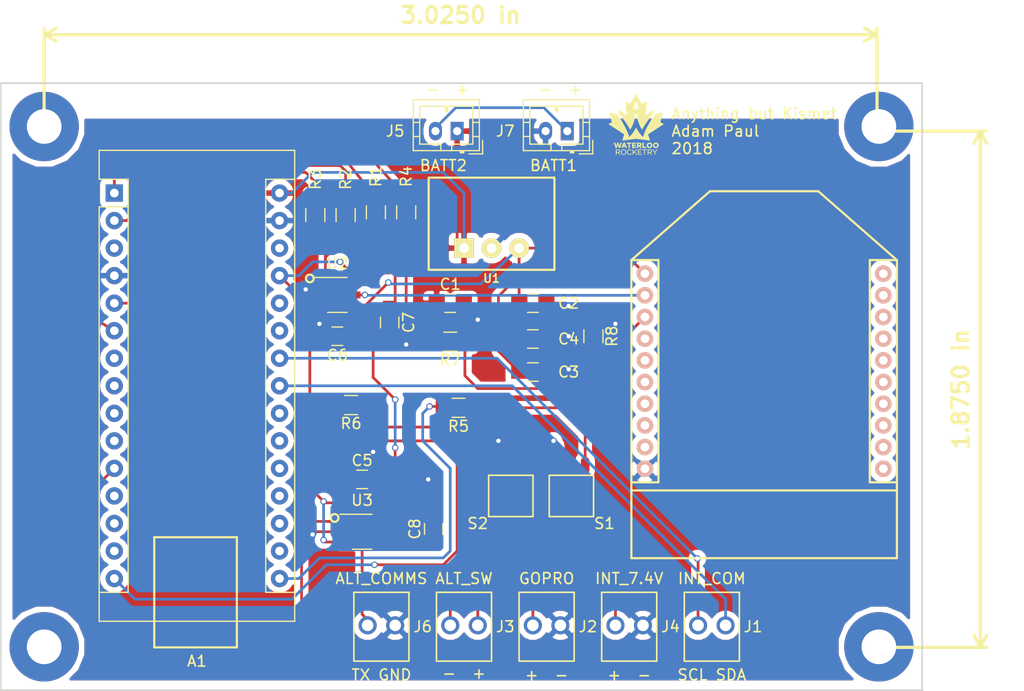
<source format=kicad_pcb>
(kicad_pcb (version 4) (host pcbnew 4.0.7)
  (layers (0 F.Cu signal) (31 B.Cu signal) (34 B.Paste user) (35 F.Paste user) (36 B.SilkS user) (37 F.SilkS user) (38 B.Mask user) (39 F.Mask user) (44 Edge.Cuts user))
  (net 0 "")
  (net 1 XBEE-DIN)
  (net 2 GND)
  (net 3 XBEE-DOUT)
  (net 4 "Net-(A1-Pad17)")
  (net 5 "Net-(A1-Pad18)")
  (net 6 "Net-(A1-Pad3)")
  (net 7 "Net-(A1-Pad19)")
  (net 8 "Net-(A1-Pad20)")
  (net 9 "Net-(A1-Pad5)")
  (net 10 "Net-(A1-Pad21)")
  (net 11 "Net-(A1-Pad6)")
  (net 12 "Net-(A1-Pad22)")
  (net 13 "Net-(A1-Pad7)")
  (net 14 "Net-(A1-Pad8)")
  (net 15 "Net-(A1-Pad9)")
  (net 16 "Net-(A1-Pad25)")
  (net 17 "Net-(A1-Pad10)")
  (net 18 "Net-(A1-Pad26)")
  (net 19 "Net-(A1-Pad12)")
  (net 20 "Net-(A1-Pad13)")
  (net 21 "Net-(A1-Pad14)")
  (net 22 7.4V)
  (net 23 GoPro_Power)
  (net 24 Stratologger_Switch+)
  (net 25 Stratologger_Switch-)
  (net 26 "Net-(X1-Pad4)")
  (net 27 "Net-(X1-Pad5)")
  (net 28 "Net-(X1-Pad6)")
  (net 29 "Net-(X1-Pad7)")
  (net 30 "Net-(X1-Pad8)")
  (net 31 "Net-(X1-Pad9)")
  (net 32 "Net-(X1-Pad11)")
  (net 33 "Net-(X1-Pad12)")
  (net 34 "Net-(X1-Pad13)")
  (net 35 "Net-(X1-Pad14)")
  (net 36 "Net-(X1-Pad15)")
  (net 37 "Net-(X1-Pad16)")
  (net 38 "Net-(X1-Pad17)")
  (net 39 "Net-(X1-Pad18)")
  (net 40 "Net-(X1-Pad19)")
  (net 41 "Net-(X1-Pad20)")
  (net 42 SDA)
  (net 43 SCL)
  (net 44 "Net-(A1-Pad1)")
  (net 45 "Net-(A1-Pad2)")
  (net 46 /Sheet5ABE85A8/A)
  (net 47 Stratologger_Relay)
  (net 48 Instr_Arduino_Relay)
  (net 49 3.3V)
  (net 50 Stratologger_TX)
  (net 51 "Net-(R5-Pad1)")
  (net 52 "Net-(R6-Pad1)")
  (net 53 "Net-(R7-Pad1)")
  (net 54 /Sheet5ABE85A8_2/A)
  (net 55 5V)
  (net 56 "Net-(J5-Pad2)")
  (module Mounting_Holes:MountingHole_3.2mm_M3_Pad (layer F.Cu) (at 87 98)
    (fp_text reference REF** hide)
    (fp_text value MountingHole_3.2mm_M3 hide)
    (pad 1 thru_hole circle (at 0 0) (size 6.4 6.4) (drill 3.2) (layers *.Cu *.Mask))
  )
  (module Mounting_Holes:MountingHole_3.2mm_M3_Pad (layer F.Cu) (at 87 146)
    (fp_text reference REF** hide)
    (fp_text value MountingHole_3.2mm_M3 hide)
    (pad 1 thru_hole circle (at 0 0) (size 6.4 6.4) (drill 3.2) (layers *.Cu *.Mask))
  )
  (module Mounting_Holes:MountingHole_3.2mm_M3_Pad (layer F.Cu) (at 164 146)
    (fp_text reference REF** hide)
    (fp_text value MountingHole_3.2mm_M3 hide)
    (pad 1 thru_hole circle (at 0 0) (size 6.4 6.4) (drill 3.2) (layers *.Cu *.Mask))
  )
  (module Resistors_SMD:R_0805_HandSoldering (layer F.Cu) (at 112.014 106.172 270)
    (fp_text reference R3 (at -3.302 0 270) (layer F.SilkS))
    (fp_text value 0 hide)
    (pad 1 smd rect (at -1.35 0 270) (size 1.5 1.3) (layers F.Cu F.Paste F.Mask) (net 9 "Net-(A1-Pad5)"))
    (pad 2 smd rect (at 1.35 0 270) (size 1.5 1.3) (layers F.Cu F.Paste F.Mask) (net 46 /Sheet5ABE85A8/A))
  )
  (module Resistors_SMD:R_0805_HandSoldering (layer F.Cu) (at 120.396 105.918 270)
    (fp_text reference R4 (at -3.302 0 270) (layer F.SilkS))
    (fp_text value 0 hide)
    (pad 1 smd rect (at -1.35 0 270) (size 1.5 1.3) (layers F.Cu F.Paste F.Mask) (net 11 "Net-(A1-Pad6)"))
    (pad 2 smd rect (at 1.35 0 270) (size 1.5 1.3) (layers F.Cu F.Paste F.Mask) (net 1 XBEE-DIN))
  )
  (module Modules:Arduino_Nano (layer F.Cu) (at 93.472 104.14)
    (fp_text reference A1 (at 7.62 43.18) (layer F.SilkS))
    (fp_text value Arduino_Nano hide)
    (pad 1 thru_hole rect (at 0 0) (size 1.6 1.6) (drill 0.8) (layers *.Cu *.Mask) (net 44 "Net-(A1-Pad1)"))
    (pad 17 thru_hole oval (at 15.24 33.02) (size 1.6 1.6) (drill 0.8) (layers *.Cu *.Mask) (net 4 "Net-(A1-Pad17)"))
    (pad 2 thru_hole oval (at 0 2.54) (size 1.6 1.6) (drill 0.8) (layers *.Cu *.Mask) (net 45 "Net-(A1-Pad2)"))
    (pad 18 thru_hole oval (at 15.24 30.48) (size 1.6 1.6) (drill 0.8) (layers *.Cu *.Mask) (net 5 "Net-(A1-Pad18)"))
    (pad 3 thru_hole oval (at 0 5.08) (size 1.6 1.6) (drill 0.8) (layers *.Cu *.Mask) (net 6 "Net-(A1-Pad3)"))
    (pad 19 thru_hole oval (at 15.24 27.94) (size 1.6 1.6) (drill 0.8) (layers *.Cu *.Mask) (net 7 "Net-(A1-Pad19)"))
    (pad 4 thru_hole oval (at 0 7.62) (size 1.6 1.6) (drill 0.8) (layers *.Cu *.Mask) (net 2 GND))
    (pad 20 thru_hole oval (at 15.24 25.4) (size 1.6 1.6) (drill 0.8) (layers *.Cu *.Mask) (net 8 "Net-(A1-Pad20)"))
    (pad 5 thru_hole oval (at 0 10.16) (size 1.6 1.6) (drill 0.8) (layers *.Cu *.Mask) (net 9 "Net-(A1-Pad5)"))
    (pad 21 thru_hole oval (at 15.24 22.86) (size 1.6 1.6) (drill 0.8) (layers *.Cu *.Mask) (net 10 "Net-(A1-Pad21)"))
    (pad 6 thru_hole oval (at 0 12.7) (size 1.6 1.6) (drill 0.8) (layers *.Cu *.Mask) (net 11 "Net-(A1-Pad6)"))
    (pad 22 thru_hole oval (at 15.24 20.32) (size 1.6 1.6) (drill 0.8) (layers *.Cu *.Mask) (net 12 "Net-(A1-Pad22)"))
    (pad 7 thru_hole oval (at 0 15.24) (size 1.6 1.6) (drill 0.8) (layers *.Cu *.Mask) (net 13 "Net-(A1-Pad7)"))
    (pad 23 thru_hole oval (at 15.24 17.78) (size 1.6 1.6) (drill 0.8) (layers *.Cu *.Mask) (net 42 SDA))
    (pad 8 thru_hole oval (at 0 17.78) (size 1.6 1.6) (drill 0.8) (layers *.Cu *.Mask) (net 14 "Net-(A1-Pad8)"))
    (pad 24 thru_hole oval (at 15.24 15.24) (size 1.6 1.6) (drill 0.8) (layers *.Cu *.Mask) (net 43 SCL))
    (pad 9 thru_hole oval (at 0 20.32) (size 1.6 1.6) (drill 0.8) (layers *.Cu *.Mask) (net 15 "Net-(A1-Pad9)"))
    (pad 25 thru_hole oval (at 15.24 12.7) (size 1.6 1.6) (drill 0.8) (layers *.Cu *.Mask) (net 16 "Net-(A1-Pad25)"))
    (pad 10 thru_hole oval (at 0 22.86) (size 1.6 1.6) (drill 0.8) (layers *.Cu *.Mask) (net 17 "Net-(A1-Pad10)"))
    (pad 26 thru_hole oval (at 15.24 10.16) (size 1.6 1.6) (drill 0.8) (layers *.Cu *.Mask) (net 18 "Net-(A1-Pad26)"))
    (pad 11 thru_hole oval (at 0 25.4) (size 1.6 1.6) (drill 0.8) (layers *.Cu *.Mask) (net 54 /Sheet5ABE85A8_2/A))
    (pad 27 thru_hole oval (at 15.24 7.62) (size 1.6 1.6) (drill 0.8) (layers *.Cu *.Mask) (net 55 5V))
    (pad 12 thru_hole oval (at 0 27.94) (size 1.6 1.6) (drill 0.8) (layers *.Cu *.Mask) (net 19 "Net-(A1-Pad12)"))
    (pad 28 thru_hole oval (at 15.24 5.08) (size 1.6 1.6) (drill 0.8) (layers *.Cu *.Mask))
    (pad 13 thru_hole oval (at 0 30.48) (size 1.6 1.6) (drill 0.8) (layers *.Cu *.Mask) (net 20 "Net-(A1-Pad13)"))
    (pad 29 thru_hole oval (at 15.24 2.54) (size 1.6 1.6) (drill 0.8) (layers *.Cu *.Mask) (net 2 GND))
    (pad 14 thru_hole oval (at 0 33.02) (size 1.6 1.6) (drill 0.8) (layers *.Cu *.Mask) (net 21 "Net-(A1-Pad14)"))
    (pad 30 thru_hole oval (at 15.24 0) (size 1.6 1.6) (drill 0.8) (layers *.Cu *.Mask) (net 22 7.4V))
    (pad 15 thru_hole oval (at 0 35.56) (size 1.6 1.6) (drill 0.8) (layers *.Cu *.Mask) (net 47 Stratologger_Relay))
    (pad 16 thru_hole oval (at 15.24 35.56) (size 1.6 1.6) (drill 0.8) (layers *.Cu *.Mask) (net 48 Instr_Arduino_Relay))
  )
  (module Capacitors_SMD:C_0805_HandSoldering (layer F.Cu) (at 124.46 114.3)
    (fp_text reference C1 (at 0 -1.75) (layer F.SilkS))
    (fp_text value 10uF hide)
    (pad 1 smd rect (at -1.25 0) (size 1.5 1.25) (layers F.Cu F.Paste F.Mask) (net 22 7.4V))
    (pad 2 smd rect (at 1.25 0) (size 1.5 1.25) (layers F.Cu F.Paste F.Mask) (net 2 GND))
  )
  (module Capacitors_SMD:C_0805_HandSoldering (layer F.Cu) (at 132.08 114.3)
    (fp_text reference C2 (at 3.302 0) (layer F.SilkS))
    (fp_text value 10uF hide)
    (pad 1 smd rect (at -1.25 0) (size 1.5 1.25) (layers F.Cu F.Paste F.Mask) (net 49 3.3V))
    (pad 2 smd rect (at 1.25 0) (size 1.5 1.25) (layers F.Cu F.Paste F.Mask) (net 2 GND))
  )
  (module Resistors_SMD:R_0805_HandSoldering (layer F.Cu) (at 117.602 105.918 270)
    (fp_text reference R1 (at -3.302 0 270) (layer F.SilkS))
    (fp_text value 0 hide)
    (pad 1 smd rect (at -1.35 0 270) (size 1.5 1.3) (layers F.Cu F.Paste F.Mask) (net 44 "Net-(A1-Pad1)"))
    (pad 2 smd rect (at 1.35 0 270) (size 1.5 1.3) (layers F.Cu F.Paste F.Mask) (net 1 XBEE-DIN))
  )
  (module Resistors_SMD:R_0805_HandSoldering (layer F.Cu) (at 114.808 106.172 270)
    (fp_text reference R2 (at -3.302 0 270) (layer F.SilkS))
    (fp_text value 0 hide)
    (pad 1 smd rect (at -1.35 0 270) (size 1.5 1.3) (layers F.Cu F.Paste F.Mask) (net 45 "Net-(A1-Pad2)"))
    (pad 2 smd rect (at 1.35 0 270) (size 1.5 1.3) (layers F.Cu F.Paste F.Mask) (net 46 /Sheet5ABE85A8/A))
  )
  (module SparkFun-RF:SIP3 (layer F.Cu) (at 128.27 109.22)
    (fp_text reference U1 (at 0 2.794) (layer F.SilkS) (effects (font (size 0.762 0.762) (thickness 0.1524))))
    (fp_text value R-78E3.3-0.5 hide)
    (pad 3 thru_hole circle (at 2.54 0) (size 1.8 1.8) (drill 0.9) (layers *.Cu *.Mask F.SilkS) (net 49 3.3V))
    (pad 1 thru_hole rect (at -2.54 0) (size 1.8 1.8) (drill 0.9) (layers *.Cu *.Mask F.SilkS) (net 22 7.4V))
    (pad 2 thru_hole circle (at 0 0) (size 1.8 1.8) (drill 0.9) (layers *.Cu *.Mask F.SilkS) (net 2 GND))
  )
  (module Downloads:logo6 (layer F.Cu) (at 141.605 97.79)
    (fp_text reference G*** hide)
    (fp_text value LOGO hide)
  )
  (module Capacitors_SMD:C_0805_HandSoldering (layer F.Cu) (at 132.08 120.65)
    (fp_text reference C3 (at 3.302 0) (layer F.SilkS))
    (fp_text value 1uF hide)
    (pad 1 smd rect (at -1.25 0) (size 1.5 1.25) (layers F.Cu F.Paste F.Mask) (net 49 3.3V))
    (pad 2 smd rect (at 1.25 0) (size 1.5 1.25) (layers F.Cu F.Paste F.Mask) (net 2 GND))
  )
  (module Capacitors_SMD:C_0805_HandSoldering (layer F.Cu) (at 132.08 117.602)
    (fp_text reference C4 (at 3.302 0) (layer F.SilkS))
    (fp_text value 8.2pF hide)
    (pad 1 smd rect (at -1.25 0) (size 1.5 1.25) (layers F.Cu F.Paste F.Mask) (net 49 3.3V))
    (pad 2 smd rect (at 1.25 0) (size 1.5 1.25) (layers F.Cu F.Paste F.Mask) (net 2 GND))
  )
  (module Resistors_SMD:R_0805_HandSoldering (layer F.Cu) (at 125.222 123.952 180)
    (fp_text reference R5 (at 0 -1.7 180) (layer F.SilkS))
    (fp_text value 1.2k hide)
    (pad 1 smd rect (at -1.35 0 180) (size 1.5 1.3) (layers F.Cu F.Paste F.Mask) (net 51 "Net-(R5-Pad1)"))
    (pad 2 smd rect (at 1.35 0 180) (size 1.5 1.3) (layers F.Cu F.Paste F.Mask) (net 48 Instr_Arduino_Relay))
  )
  (module Resistors_SMD:R_0805_HandSoldering (layer F.Cu) (at 115.316 123.698 180)
    (fp_text reference R6 (at 0 -1.7 180) (layer F.SilkS))
    (fp_text value 1.2k hide)
    (pad 1 smd rect (at -1.35 0 180) (size 1.5 1.3) (layers F.Cu F.Paste F.Mask) (net 52 "Net-(R6-Pad1)"))
    (pad 2 smd rect (at 1.35 0 180) (size 1.5 1.3) (layers F.Cu F.Paste F.Mask) (net 47 Stratologger_Relay))
  )
  (module Resistors_SMD:R_0805_HandSoldering (layer F.Cu) (at 124.46 117.856 180)
    (fp_text reference R7 (at 0 -1.7 180) (layer F.SilkS))
    (fp_text value 2k hide)
    (pad 1 smd rect (at -1.35 0 180) (size 1.5 1.3) (layers F.Cu F.Paste F.Mask) (net 53 "Net-(R7-Pad1)"))
    (pad 2 smd rect (at 1.35 0 180) (size 1.5 1.3) (layers F.Cu F.Paste F.Mask) (net 1 XBEE-DIN))
  )
  (module Resistors_SMD:R_0805_HandSoldering (layer F.Cu) (at 137.668 117.348 270)
    (fp_text reference R8 (at 0 -1.7 270) (layer F.SilkS))
    (fp_text value 3k hide)
    (pad 1 smd rect (at -1.35 0 270) (size 1.5 1.3) (layers F.Cu F.Paste F.Mask) (net 2 GND))
    (pad 2 smd rect (at 1.35 0 270) (size 1.5 1.3) (layers F.Cu F.Paste F.Mask) (net 53 "Net-(R7-Pad1)"))
  )
  (module SparkFun-RF:XBEE-1 (layer F.Cu) (at 153.416 131.572)
    (fp_text reference X1 hide)
    (fp_text value XBee-S2C hide)
    (pad 1 thru_hole circle (at -10.9982 -19.99996) (size 1.524 1.524) (drill 0.79756) (layers *.Cu *.Paste *.SilkS *.Mask) (net 49 3.3V))
    (pad 2 thru_hole circle (at -10.9982 -17.99844) (size 1.524 1.524) (drill 0.79756) (layers *.Cu *.Paste *.SilkS *.Mask) (net 3 XBEE-DOUT))
    (pad 3 thru_hole circle (at -10.9982 -15.99946) (size 1.524 1.524) (drill 0.79756) (layers *.Cu *.Paste *.SilkS *.Mask) (net 53 "Net-(R7-Pad1)"))
    (pad 4 thru_hole circle (at -10.9982 -13.99794) (size 1.524 1.524) (drill 0.79756) (layers *.Cu *.Paste *.SilkS *.Mask) (net 26 "Net-(X1-Pad4)"))
    (pad 5 thru_hole circle (at -10.9982 -11.99896) (size 1.524 1.524) (drill 0.79756) (layers *.Cu *.Paste *.SilkS *.Mask) (net 27 "Net-(X1-Pad5)"))
    (pad 6 thru_hole circle (at -10.9982 -9.99998) (size 1.524 1.524) (drill 0.79756) (layers *.Cu *.Paste *.SilkS *.Mask) (net 28 "Net-(X1-Pad6)"))
    (pad 7 thru_hole circle (at -10.9982 -7.99846) (size 1.524 1.524) (drill 0.79756) (layers *.Cu *.Paste *.SilkS *.Mask) (net 29 "Net-(X1-Pad7)"))
    (pad 8 thru_hole circle (at -10.9982 -5.99948) (size 1.524 1.524) (drill 0.79756) (layers *.Cu *.Paste *.SilkS *.Mask) (net 30 "Net-(X1-Pad8)"))
    (pad 9 thru_hole circle (at -10.9982 -3.99796) (size 1.524 1.524) (drill 0.79756) (layers *.Cu *.Paste *.SilkS *.Mask) (net 31 "Net-(X1-Pad9)"))
    (pad 10 thru_hole circle (at -10.9982 -1.99898) (size 1.524 1.524) (drill 0.79756) (layers *.Cu *.Paste *.SilkS *.Mask) (net 2 GND))
    (pad 11 thru_hole circle (at 10.9982 -1.99898) (size 1.524 1.524) (drill 0.79756) (layers *.Cu *.Paste *.SilkS *.Mask) (net 32 "Net-(X1-Pad11)"))
    (pad 12 thru_hole circle (at 10.9982 -3.99796) (size 1.524 1.524) (drill 0.79756) (layers *.Cu *.Paste *.SilkS *.Mask) (net 33 "Net-(X1-Pad12)"))
    (pad 13 thru_hole circle (at 10.9982 -5.99948) (size 1.524 1.524) (drill 0.79756) (layers *.Cu *.Paste *.SilkS *.Mask) (net 34 "Net-(X1-Pad13)"))
    (pad 14 thru_hole circle (at 10.9982 -7.99846) (size 1.524 1.524) (drill 0.79756) (layers *.Cu *.Paste *.SilkS *.Mask) (net 35 "Net-(X1-Pad14)"))
    (pad 15 thru_hole circle (at 10.9982 -9.99998) (size 1.524 1.524) (drill 0.79756) (layers *.Cu *.Paste *.SilkS *.Mask) (net 36 "Net-(X1-Pad15)"))
    (pad 16 thru_hole circle (at 10.9982 -11.99896) (size 1.524 1.524) (drill 0.79756) (layers *.Cu *.Paste *.SilkS *.Mask) (net 37 "Net-(X1-Pad16)"))
    (pad 17 thru_hole circle (at 10.9982 -13.99794) (size 1.524 1.524) (drill 0.79756) (layers *.Cu *.Paste *.SilkS *.Mask) (net 38 "Net-(X1-Pad17)"))
    (pad 18 thru_hole circle (at 10.9982 -15.99946) (size 1.524 1.524) (drill 0.79756) (layers *.Cu *.Paste *.SilkS *.Mask) (net 39 "Net-(X1-Pad18)"))
    (pad 19 thru_hole circle (at 10.9982 -17.99844) (size 1.524 1.524) (drill 0.79756) (layers *.Cu *.Paste *.SilkS *.Mask) (net 40 "Net-(X1-Pad19)"))
    (pad 20 thru_hole circle (at 10.9982 -19.99996) (size 1.524 1.524) (drill 0.79756) (layers *.Cu *.Paste *.SilkS *.Mask) (net 41 "Net-(X1-Pad20)"))
  )
  (module Capacitors_SMD:C_0805_HandSoldering (layer F.Cu) (at 116.332 130.556)
    (fp_text reference C5 (at 0 -1.75) (layer F.SilkS))
    (fp_text value 0.1uF hide)
    (pad 1 smd rect (at -1.25 0) (size 1.5 1.25) (layers F.Cu F.Paste F.Mask) (net 55 5V))
    (pad 2 smd rect (at 1.25 0) (size 1.5 1.25) (layers F.Cu F.Paste F.Mask) (net 2 GND))
  )
  (module Capacitors_SMD:C_0805_HandSoldering (layer F.Cu) (at 114.046 117.348 180)
    (fp_text reference C6 (at 0 -1.75 180) (layer F.SilkS))
    (fp_text value 0.1uF hide)
    (pad 1 smd rect (at -1.25 0 180) (size 1.5 1.25) (layers F.Cu F.Paste F.Mask) (net 49 3.3V))
    (pad 2 smd rect (at 1.25 0 180) (size 1.5 1.25) (layers F.Cu F.Paste F.Mask) (net 2 GND))
  )
  (module Capacitors_SMD:C_0805_HandSoldering (layer F.Cu) (at 118.872 116.078 270)
    (fp_text reference C7 (at 0 -1.75 270) (layer F.SilkS))
    (fp_text value 0.1uF hide)
    (pad 1 smd rect (at -1.25 0 270) (size 1.5 1.25) (layers F.Cu F.Paste F.Mask) (net 55 5V))
    (pad 2 smd rect (at 1.25 0 270) (size 1.5 1.25) (layers F.Cu F.Paste F.Mask) (net 2 GND))
  )
  (module Capacitors_SMD:C_0805_HandSoldering (layer F.Cu) (at 122.936 135.128 90)
    (fp_text reference C8 (at 0 -1.75 90) (layer F.SilkS))
    (fp_text value 0.1uF hide)
    (pad 1 smd rect (at -1.25 0 90) (size 1.5 1.25) (layers F.Cu F.Paste F.Mask) (net 49 3.3V))
    (pad 2 smd rect (at 1.25 0 90) (size 1.5 1.25) (layers F.Cu F.Paste F.Mask) (net 2 GND))
  )
  (module TO_SOT_Packages_SMD:SOT-23-6_Handsoldering (layer F.Cu) (at 114.046 113.538)
    (fp_text reference U2 (at 0 -2.9) (layer F.SilkS))
    (fp_text value PI4ULS5V201TAEX-RESCUE-instrumentation_board hide)
    (pad 1 smd rect (at -1.35 -0.95) (size 1.56 0.65) (layers F.Cu F.Paste F.Mask) (net 46 /Sheet5ABE85A8/A))
    (pad 2 smd rect (at -1.35 0) (size 1.56 0.65) (layers F.Cu F.Paste F.Mask) (net 2 GND))
    (pad 3 smd rect (at -1.35 0.95) (size 1.56 0.65) (layers F.Cu F.Paste F.Mask) (net 55 5V))
    (pad 4 smd rect (at 1.35 0.95) (size 1.56 0.65) (layers F.Cu F.Paste F.Mask) (net 49 3.3V))
    (pad 6 smd rect (at 1.35 -0.95) (size 1.56 0.65) (layers F.Cu F.Paste F.Mask) (net 55 5V))
    (pad 5 smd rect (at 1.35 0) (size 1.56 0.65) (layers F.Cu F.Paste F.Mask) (net 3 XBEE-DOUT))
  )
  (module TO_SOT_Packages_SMD:SOT-23-6_Handsoldering (layer F.Cu) (at 116.332 135.382)
    (fp_text reference U3 (at 0 -2.9) (layer F.SilkS))
    (fp_text value PI4ULS5V201TAEX-RESCUE-instrumentation_board hide)
    (pad 1 smd rect (at -1.35 -0.95) (size 1.56 0.65) (layers F.Cu F.Paste F.Mask) (net 54 /Sheet5ABE85A8_2/A))
    (pad 2 smd rect (at -1.35 0) (size 1.56 0.65) (layers F.Cu F.Paste F.Mask) (net 2 GND))
    (pad 3 smd rect (at -1.35 0.95) (size 1.56 0.65) (layers F.Cu F.Paste F.Mask) (net 55 5V))
    (pad 4 smd rect (at 1.35 0.95) (size 1.56 0.65) (layers F.Cu F.Paste F.Mask) (net 49 3.3V))
    (pad 6 smd rect (at 1.35 -0.95) (size 1.56 0.65) (layers F.Cu F.Paste F.Mask) (net 55 5V))
    (pad 5 smd rect (at 1.35 0) (size 1.56 0.65) (layers F.Cu F.Paste F.Mask) (net 50 Stratologger_TX))
  )
  (module Mounting_Holes:MountingHole_3.2mm_M3_Pad (layer F.Cu) (at 164 98)
    (fp_text reference REF** hide)
    (fp_text value MountingHole_3.2mm_M3 hide)
    (pad 1 thru_hole circle (at 0 0) (size 6.4 6.4) (drill 3.2) (layers *.Cu *.Mask))
  )
  (module Connectors_JST:JST_PH_B2B-PH-K_02x2.00mm_Straight (layer F.Cu) (at 125.095 98.425 180)
    (fp_text reference J5 (at 5.715 0 180) (layer F.SilkS))
    (fp_text value Conn_01x02 hide)
    (pad 1 thru_hole rect (at 0 0 180) (size 1.2 1.7) (drill 0.75) (layers *.Cu *.Mask) (net 22 7.4V))
    (pad 2 thru_hole oval (at 2 0 180) (size 1.2 1.7) (drill 0.75) (layers *.Cu *.Mask) (net 56 "Net-(J5-Pad2)"))
  )
  (module Connectors_JST:JST_PH_B2B-PH-K_02x2.00mm_Straight (layer F.Cu) (at 135.255 98.425 180)
    (fp_text reference J7 (at 5.715 0 180) (layer F.SilkS))
    (fp_text value Conn_01x02 hide)
    (pad 1 thru_hole rect (at 0 0 180) (size 1.2 1.7) (drill 0.75) (layers *.Cu *.Mask) (net 56 "Net-(J5-Pad2)"))
    (pad 2 thru_hole oval (at 2 0 180) (size 1.2 1.7) (drill 0.75) (layers *.Cu *.Mask) (net 2 GND))
  )
  (module molex:molex_kk_22-23-2021 (layer F.Cu) (at 148.59 140.97 180)
    (fp_text reference J1 (at -3.81 -3.175 180) (layer F.SilkS))
    (fp_text value Conn_01x02 hide)
    (pad 1 thru_hole circle (at -1.27 -3.048 180) (size 1.67 1.67) (drill 1.07) (layers *.Cu *.Mask) (net 42 SDA))
    (pad 2 thru_hole circle (at 1.27 -3.048 180) (size 1.67 1.67) (drill 1.07) (layers *.Cu *.Mask) (net 43 SCL))
  )
  (module molex:molex_kk_22-23-2021 (layer F.Cu) (at 133.35 140.97 180)
    (fp_text reference J2 (at -3.81 -3.175 180) (layer F.SilkS))
    (fp_text value Conn_01x02 hide)
    (pad 1 thru_hole circle (at -1.27 -3.048 180) (size 1.67 1.67) (drill 1.07) (layers *.Cu *.Mask) (net 2 GND))
    (pad 2 thru_hole circle (at 1.27 -3.048 180) (size 1.67 1.67) (drill 1.07) (layers *.Cu *.Mask) (net 23 GoPro_Power))
  )
  (module molex:molex_kk_22-23-2021 (layer F.Cu) (at 125.73 140.97 180)
    (fp_text reference J3 (at -3.81 -3.175 180) (layer F.SilkS))
    (fp_text value Conn_01x02 hide)
    (pad 1 thru_hole circle (at -1.27 -3.048 180) (size 1.67 1.67) (drill 1.07) (layers *.Cu *.Mask) (net 24 Stratologger_Switch+))
    (pad 2 thru_hole circle (at 1.27 -3.048 180) (size 1.67 1.67) (drill 1.07) (layers *.Cu *.Mask) (net 25 Stratologger_Switch-))
  )
  (module molex:molex_kk_22-23-2021 (layer F.Cu) (at 140.97 140.97 180)
    (fp_text reference J4 (at -3.81 -3.175 180) (layer F.SilkS))
    (fp_text value Conn_01x02 hide)
    (pad 1 thru_hole circle (at -1.27 -3.048 180) (size 1.67 1.67) (drill 1.07) (layers *.Cu *.Mask) (net 2 GND))
    (pad 2 thru_hole circle (at 1.27 -3.048 180) (size 1.67 1.67) (drill 1.07) (layers *.Cu *.Mask) (net 23 GoPro_Power))
  )
  (module molex:molex_kk_22-23-2021 (layer F.Cu) (at 118.11 140.97 180)
    (fp_text reference J6 (at -3.81 -3.175 180) (layer F.SilkS))
    (fp_text value Conn_01x02 hide)
    (pad 1 thru_hole circle (at -1.27 -3.048 180) (size 1.67 1.67) (drill 1.07) (layers *.Cu *.Mask) (net 2 GND))
    (pad 2 thru_hole circle (at 1.27 -3.048 180) (size 1.67 1.67) (drill 1.07) (layers *.Cu *.Mask) (net 50 Stratologger_TX))
  )
  (module PayloadBoards:CPC1002NTR (layer F.Cu) (at 130.048 132.08 180)
    (fp_text reference S2 hide)
    (fp_text value CPC1002N hide)
    (pad 3 smd oval (at 1.27 -2.8 180) (size 0.8 1.6) (layers F.Cu F.Paste F.Mask) (net 25 Stratologger_Switch-))
    (pad 4 smd oval (at -1.27 -2.8 180) (size 0.8 1.6) (layers F.Cu F.Paste F.Mask) (net 24 Stratologger_Switch+))
    (pad 2 smd oval (at 1.27 2.8 180) (size 0.8 1.6) (layers F.Cu F.Paste F.Mask) (net 2 GND))
    (pad 1 smd oval (at -1.27 2.8 180) (size 0.8 1.6) (layers F.Cu F.Paste F.Mask) (net 52 "Net-(R6-Pad1)"))
  )
  (module PayloadBoards:CPC1002NTR (layer F.Cu) (at 135.636 132.08 180)
    (fp_text reference S1 hide)
    (fp_text value CPC1002N hide)
    (pad 3 smd oval (at 1.27 -2.8 180) (size 0.8 1.6) (layers F.Cu F.Paste F.Mask) (net 23 GoPro_Power))
    (pad 4 smd oval (at -1.27 -2.8 180) (size 0.8 1.6) (layers F.Cu F.Paste F.Mask) (net 22 7.4V))
    (pad 2 smd oval (at 1.27 2.8 180) (size 0.8 1.6) (layers F.Cu F.Paste F.Mask) (net 2 GND))
    (pad 1 smd oval (at -1.27 2.8 180) (size 0.8 1.6) (layers F.Cu F.Paste F.Mask) (net 51 "Net-(R5-Pad1)"))
  )
  (dimension 47.625 (width 0.3) (layer F.SilkS) (gr_text "47.625 mm" (at 174.705 122.2375 270) (layer F.SilkS) (effects (font (size 1.5 1.5) (thickness 0.3)))) (feature1 (pts (xy 163.83 146.05) (xy 176.055 146.05))) (feature2 (pts (xy 163.83 98.425) (xy 176.055 98.425))) (crossbar (pts (xy 173.355 98.425) (xy 173.355 146.05))) (arrow1a (pts (xy 173.355 146.05) (xy 172.768579 144.923496))) (arrow1b (pts (xy 173.355 146.05) (xy 173.941421 144.923496))) (arrow2a (pts (xy 173.355 98.425) (xy 172.768579 99.551504))) (arrow2b (pts (xy 173.355 98.425) (xy 173.941421 99.551504))))
  (dimension 76.835 (width 0.3) (layer F.SilkS) (gr_text "76.835 mm" (at 125.4125 88.185) (layer F.SilkS) (effects (font (size 1.5 1.5) (thickness 0.3)))) (feature1 (pts (xy 163.83 97.79) (xy 163.83 86.835))) (feature2 (pts (xy 86.995 97.79) (xy 86.995 86.835))) (crossbar (pts (xy 86.995 89.535) (xy 163.83 89.535))) (arrow1a (pts (xy 163.83 89.535) (xy 162.703496 90.121421))) (arrow1b (pts (xy 163.83 89.535) (xy 162.703496 88.948579))) (arrow2a (pts (xy 86.995 89.535) (xy 88.121504 90.121421))) (arrow2b (pts (xy 86.995 89.535) (xy 88.121504 88.948579))))
  (gr_line (start 97.155 146.05) (end 97.155 135.89) (angle 90) (layer F.SilkS) (width 0.2))
  (gr_line (start 104.775 146.05) (end 97.155 146.05) (angle 90) (layer F.SilkS) (width 0.2))
  (gr_line (start 104.775 135.89) (end 104.775 146.05) (angle 90) (layer F.SilkS) (width 0.2))
  (gr_line (start 97.155 135.89) (end 104.775 135.89) (angle 90) (layer F.SilkS) (width 0.2))
  (gr_text "+  -\n" (at 134.62 94.742 180) (layer F.SilkS) (effects (font (size 1 1))))
  (gr_text BATT2 (at 123.825 101.6) (layer F.SilkS) (effects (font (size 1 1))))
  (gr_text "SCL SDA" (at 148.59 148.59) (layer F.SilkS) (effects (font (size 1 1))))
  (gr_circle (center 111.506 112.014) (end 111.252 112.268) (layer F.SilkS) (width 0.2))
  (gr_circle (center 113.792 134.112) (end 113.538 134.366) (layer F.SilkS) (width 0.2))
  (gr_text "TX GND" (at 118.11 148.59) (layer F.SilkS) (effects (font (size 1 1))))
  (gr_text ALT_COMMS (at 118.11 139.7) (layer F.SilkS) (effects (font (size 1 1))))
  (gr_text ALT_SW (at 125.73 139.7) (layer F.SilkS) (effects (font (size 1 1))))
  (gr_text GOPRO (at 133.35 139.7) (layer F.SilkS) (effects (font (size 1 1))))
  (gr_text INT_7.4V (at 140.97 139.7) (layer F.SilkS) (effects (font (size 1 1))))
  (gr_text INT_COM (at 148.59 139.7) (layer F.SilkS) (effects (font (size 1 1))))
  (gr_text BATT1 (at 133.985 101.6) (layer F.SilkS) (effects (font (size 1 1))))
  (gr_line (start 83 150) (end 168 150) (angle 90) (layer Edge.Cuts) (width 0.15))
  (gr_line (start 83 150) (end 83 94) (angle 90) (layer Edge.Cuts) (width 0.15))
  (gr_line (start 168 94) (end 168 150) (angle 90) (layer Edge.Cuts) (width 0.15))
  (gr_line (start 83 94) (end 168 94) (angle 90) (layer Edge.Cuts) (width 0.15))
  (gr_text "+  -\n" (at 133.35 148.59) (layer F.SilkS) (effects (font (size 1 1))))
  (gr_text "+  -\n" (at 140.97 148.59) (layer F.SilkS) (effects (font (size 1 1))))
  (gr_text "+  -\n" (at 124.206 94.742 180) (layer F.SilkS) (effects (font (size 1 1))))
  (gr_text "+  -\n" (at 125.73 148.59 180) (layer F.SilkS) (effects (font (size 1 1))))
  (gr_text "Anything but Kismet\nAdam Paul\n2018" (at 144.78 98.425) (layer F.SilkS) (effects (font (size 1 1)) (justify left)))
  (gr_text S1 (at 138.684 134.62) (layer F.SilkS) (effects (font (size 1 1))))
  (gr_text S2 (at 127 134.62) (layer F.SilkS) (effects (font (size 1 1))))
  (segment (start 120.396 110.49) (end 119.38 110.49) (width 0.25) (layer F.Cu) (net 1))
  (segment (start 117.602 108.712) (end 117.602 107.268) (width 0.25) (layer F.Cu) (net 1))
  (segment (start 119.38 110.49) (end 117.602 108.712) (width 0.25) (layer F.Cu) (net 1))
  (segment (start 120.396 107.268) (end 120.396 110.49) (width 0.25) (layer F.Cu) (net 1))
  (segment (start 120.396 110.49) (end 120.396 115.142) (width 0.25) (layer F.Cu) (net 1))
  (segment (start 120.396 115.142) (end 123.11 117.856) (width 0.25) (layer F.Cu) (net 1))
  (segment (start 134.366 129.28) (end 134.366 127.381) (width 0.25) (layer F.Cu) (net 2))
  (via (at 133.985 127) (size 0.6) (drill 0.4) (layers F.Cu B.Cu) (net 2))
  (segment (start 134.366 127.381) (end 133.985 127) (width 0.25) (layer F.Cu) (net 2))
  (segment (start 128.778 129.28) (end 128.778 127.127) (width 0.25) (layer F.Cu) (net 2))
  (via (at 128.905 127) (size 0.6) (drill 0.4) (layers F.Cu B.Cu) (net 2))
  (segment (start 128.778 127.127) (end 128.905 127) (width 0.25) (layer F.Cu) (net 2))
  (segment (start 133.33 114.3) (end 135.128 114.3) (width 0.25) (layer F.Cu) (net 2))
  (via (at 135.382 114.554) (size 0.6) (drill 0.4) (layers F.Cu B.Cu) (net 2))
  (segment (start 135.128 114.3) (end 135.382 114.554) (width 0.25) (layer F.Cu) (net 2))
  (segment (start 133.33 117.602) (end 135.128 117.602) (width 0.25) (layer F.Cu) (net 2))
  (via (at 135.382 117.348) (size 0.6) (drill 0.4) (layers F.Cu B.Cu) (net 2))
  (segment (start 135.128 117.602) (end 135.382 117.348) (width 0.25) (layer F.Cu) (net 2))
  (segment (start 133.33 120.65) (end 135.128 120.65) (width 0.25) (layer F.Cu) (net 2))
  (via (at 135.382 120.396) (size 0.6) (drill 0.4) (layers F.Cu B.Cu) (net 2))
  (segment (start 135.128 120.65) (end 135.382 120.396) (width 0.25) (layer F.Cu) (net 2))
  (segment (start 112.796 117.348) (end 112.796 116.606) (width 0.25) (layer F.Cu) (net 2))
  (via (at 112.395 116.205) (size 0.6) (drill 0.4) (layers F.Cu B.Cu) (net 2))
  (segment (start 112.796 116.606) (end 112.395 116.205) (width 0.25) (layer F.Cu) (net 2))
  (segment (start 118.872 117.328) (end 119.614 117.328) (width 0.25) (layer F.Cu) (net 2))
  (via (at 120.396 118.11) (size 0.6) (drill 0.4) (layers F.Cu B.Cu) (net 2))
  (segment (start 119.614 117.328) (end 120.396 118.11) (width 0.25) (layer F.Cu) (net 2))
  (segment (start 122.936 133.878) (end 122.936 131.064) (width 0.25) (layer F.Cu) (net 2))
  (via (at 122.428 130.556) (size 0.6) (drill 0.4) (layers F.Cu B.Cu) (net 2))
  (segment (start 122.936 131.064) (end 122.428 130.556) (width 0.25) (layer F.Cu) (net 2))
  (segment (start 117.582 130.556) (end 117.582 128.25) (width 0.25) (layer F.Cu) (net 2))
  (via (at 117.348 128.016) (size 0.6) (drill 0.4) (layers F.Cu B.Cu) (net 2))
  (segment (start 117.582 128.25) (end 117.348 128.016) (width 0.25) (layer F.Cu) (net 2))
  (segment (start 114.982 135.382) (end 112.014 135.382) (width 0.25) (layer F.Cu) (net 2))
  (via (at 111.76 135.636) (size 0.6) (drill 0.4) (layers F.Cu B.Cu) (net 2))
  (segment (start 112.014 135.382) (end 111.76 135.636) (width 0.25) (layer F.Cu) (net 2))
  (segment (start 125.71 114.3) (end 125.71 114.534) (width 0.25) (layer F.Cu) (net 2))
  (segment (start 125.71 114.534) (end 127 115.824) (width 0.25) (layer F.Cu) (net 2))
  (via (at 127 115.824) (size 0.6) (drill 0.4) (layers F.Cu B.Cu) (net 2))
  (segment (start 137.668 115.998) (end 139.493 115.998) (width 0.25) (layer F.Cu) (net 2))
  (via (at 139.7 116.205) (size 0.6) (drill 0.4) (layers F.Cu B.Cu) (net 2))
  (segment (start 139.493 115.998) (end 139.7 116.205) (width 0.25) (layer F.Cu) (net 2))
  (segment (start 137.08 116.586) (end 137.668 115.998) (width 0.25) (layer F.Cu) (net 2))
  (segment (start 112.946 113.538) (end 111.633 113.538) (width 0.25) (layer F.Cu) (net 2))
  (via (at 111.125 113.03) (size 0.6) (drill 0.4) (layers F.Cu B.Cu) (net 2))
  (segment (start 111.633 113.538) (end 111.125 113.03) (width 0.25) (layer F.Cu) (net 2))
  (segment (start 116.62156 113.57356) (end 142.4178 113.57356) (width 0.25) (layer B.Cu) (net 3))
  (segment (start 116.586 113.538) (end 116.62156 113.57356) (width 0.25) (layer B.Cu) (net 3))
  (via (at 116.586 113.538) (size 0.6) (drill 0.4) (layers F.Cu B.Cu) (net 3))
  (segment (start 115.146 113.538) (end 116.586 113.538) (width 0.25) (layer F.Cu) (net 3))
  (segment (start 112.014 104.822) (end 112.014 103.124) (width 0.25) (layer F.Cu) (net 9))
  (segment (start 95.25 114.3) (end 93.472 114.3) (width 0.25) (layer F.Cu) (net 9))
  (segment (start 95.885 113.665) (end 95.25 114.3) (width 0.25) (layer F.Cu) (net 9))
  (segment (start 95.885 102.87) (end 95.885 113.665) (width 0.25) (layer F.Cu) (net 9))
  (segment (start 96.52 102.235) (end 95.885 102.87) (width 0.25) (layer F.Cu) (net 9))
  (segment (start 111.125 102.235) (end 96.52 102.235) (width 0.25) (layer F.Cu) (net 9))
  (segment (start 112.014 103.124) (end 111.125 102.235) (width 0.25) (layer F.Cu) (net 9))
  (segment (start 112.014 104.822) (end 112.014 104.14) (width 0.25) (layer F.Cu) (net 9))
  (segment (start 93.472 116.84) (end 93.472 116.84) (width 0.25) (layer F.Cu) (net 11))
  (segment (start 116.84 100.584) (end 120.396 104.568) (width 0.25) (layer F.Cu) (net 11))
  (segment (start 92.964 100.584) (end 116.84 100.584) (width 0.25) (layer F.Cu) (net 11))
  (segment (start 90.932 102.616) (end 92.964 100.584) (width 0.25) (layer F.Cu) (net 11))
  (segment (start 90.932 115.316) (end 90.932 102.616) (width 0.25) (layer F.Cu) (net 11))
  (segment (start 93.472 116.84) (end 90.932 115.316) (width 0.25) (layer F.Cu) (net 11))
  (segment (start 125.095 98.425) (end 125.095 108.585) (width 0.25) (layer F.Cu) (net 22))
  (segment (start 125.095 108.585) (end 125.73 109.22) (width 0.25) (layer F.Cu) (net 22))
  (segment (start 108.712 104.14) (end 109.855 104.14) (width 0.25) (layer B.Cu) (net 22))
  (segment (start 125.73 104.14) (end 125.73 109.22) (width 0.25) (layer B.Cu) (net 22))
  (segment (start 123.825 102.235) (end 125.73 104.14) (width 0.25) (layer B.Cu) (net 22))
  (segment (start 111.76 102.235) (end 123.825 102.235) (width 0.25) (layer B.Cu) (net 22))
  (segment (start 109.855 104.14) (end 111.76 102.235) (width 0.25) (layer B.Cu) (net 22))
  (segment (start 132.08 143.51) (end 132.08 139.7) (width 0.25) (layer F.Cu) (net 23))
  (segment (start 132.08 139.7) (end 133.096 138.684) (width 0.25) (layer F.Cu) (net 23))
  (segment (start 139.7 143.51) (end 139.7 140.97) (width 0.25) (layer F.Cu) (net 23))
  (segment (start 134.112 138.684) (end 133.096 138.684) (width 0.25) (layer F.Cu) (net 23))
  (segment (start 139.7 139.7) (end 139.7 140.97) (width 0.25) (layer F.Cu) (net 23))
  (segment (start 134.366 138.684) (end 134.112 138.684) (width 0.25) (layer F.Cu) (net 23))
  (segment (start 137.414 138.684) (end 138.684 138.684) (width 0.25) (layer F.Cu) (net 23))
  (segment (start 138.684 138.684) (end 139.7 139.7) (width 0.25) (layer F.Cu) (net 23))
  (segment (start 137.414 138.684) (end 134.366 138.684) (width 0.25) (layer F.Cu) (net 23))
  (segment (start 134.366 138.684) (end 134.366 134.88) (width 0.25) (layer F.Cu) (net 23))
  (segment (start 134.112 135.134) (end 134.366 134.88) (width 0.25) (layer F.Cu) (net 23))
  (segment (start 131.318 134.88) (end 131.318 136.398) (width 0.25) (layer F.Cu) (net 24))
  (segment (start 131.318 136.398) (end 127 140.716) (width 0.25) (layer F.Cu) (net 24))
  (segment (start 127 143.51) (end 127 140.716) (width 0.25) (layer F.Cu) (net 24))
  (segment (start 124.46 143.51) (end 124.46 140.716) (width 0.25) (layer F.Cu) (net 25))
  (segment (start 124.46 140.716) (end 128.778 136.398) (width 0.25) (layer F.Cu) (net 25))
  (segment (start 128.778 136.398) (end 128.778 134.88) (width 0.25) (layer F.Cu) (net 25))
  (segment (start 147.32 139.065) (end 149.86 141.605) (width 0.25) (layer B.Cu) (net 42))
  (segment (start 108.712 121.92) (end 125.73 121.92) (width 0.25) (layer B.Cu) (net 42))
  (segment (start 130.175 121.92) (end 147.32 139.065) (width 0.25) (layer B.Cu) (net 42))
  (segment (start 125.73 121.92) (end 130.175 121.92) (width 0.25) (layer B.Cu) (net 42))
  (segment (start 149.86 141.605) (end 149.86 143.51) (width 0.25) (layer B.Cu) (net 42))
  (via (at 147.2565 137.8585) (size 0.6) (drill 0.4) (layers F.Cu B.Cu) (net 43))
  (segment (start 147.32 143.51) (end 147.32 137.922) (width 0.25) (layer F.Cu) (net 43))
  (segment (start 147.32 137.922) (end 147.2565 137.8585) (width 0.25) (layer F.Cu) (net 43))
  (segment (start 128.778 119.38) (end 147.2565 137.8585) (width 0.25) (layer B.Cu) (net 43))
  (segment (start 108.712 119.38) (end 128.778 119.38) (width 0.25) (layer B.Cu) (net 43))
  (segment (start 93.472 104.14) (end 93.472 102.108) (width 0.25) (layer F.Cu) (net 44))
  (segment (start 114.808 101.092) (end 117.602 104.568) (width 0.25) (layer F.Cu) (net 44))
  (segment (start 94.488 101.092) (end 114.808 101.092) (width 0.25) (layer F.Cu) (net 44))
  (segment (start 93.472 102.108) (end 94.488 101.092) (width 0.25) (layer F.Cu) (net 44))
  (segment (start 114.808 104.822) (end 114.808 102.108) (width 0.25) (layer F.Cu) (net 45))
  (segment (start 94.615 106.68) (end 93.472 106.68) (width 0.25) (layer F.Cu) (net 45))
  (segment (start 95.25 106.045) (end 94.615 106.68) (width 0.25) (layer F.Cu) (net 45))
  (segment (start 95.25 102.235) (end 95.25 106.045) (width 0.25) (layer F.Cu) (net 45))
  (segment (start 95.885 101.6) (end 95.25 102.235) (width 0.25) (layer F.Cu) (net 45))
  (segment (start 114.3 101.6) (end 95.885 101.6) (width 0.25) (layer F.Cu) (net 45))
  (segment (start 114.808 102.108) (end 114.3 101.6) (width 0.25) (layer F.Cu) (net 45))
  (segment (start 112.946 108.454) (end 112.014 107.522) (width 0.25) (layer F.Cu) (net 46))
  (segment (start 112.946 110.236) (end 112.946 108.454) (width 0.25) (layer F.Cu) (net 46))
  (segment (start 112.946 110.236) (end 112.946 110.066) (width 0.25) (layer F.Cu) (net 46))
  (segment (start 112.946 110.066) (end 114.808 108.204) (width 0.25) (layer F.Cu) (net 46))
  (segment (start 114.808 108.204) (end 114.808 107.522) (width 0.25) (layer F.Cu) (net 46))
  (segment (start 114.808 107.522) (end 115.062 107.776) (width 0.25) (layer F.Cu) (net 46))
  (segment (start 112.946 112.588) (end 112.946 110.236) (width 0.25) (layer F.Cu) (net 46))
  (segment (start 113.966 123.698) (end 113.966 125.396) (width 0.25) (layer F.Cu) (net 47))
  (segment (start 95.377 141.605) (end 93.472 139.7) (width 0.25) (layer B.Cu) (net 47))
  (segment (start 109.855 141.605) (end 95.377 141.605) (width 0.25) (layer B.Cu) (net 47))
  (segment (start 113.03 138.43) (end 109.855 141.605) (width 0.25) (layer B.Cu) (net 47))
  (segment (start 117.475 138.43) (end 113.03 138.43) (width 0.25) (layer B.Cu) (net 47))
  (via (at 117.475 138.43) (size 0.6) (drill 0.4) (layers F.Cu B.Cu) (net 47))
  (segment (start 123.825 138.43) (end 117.475 138.43) (width 0.25) (layer F.Cu) (net 47))
  (segment (start 125.095 137.16) (end 123.825 138.43) (width 0.25) (layer F.Cu) (net 47))
  (segment (start 125.095 128.905) (end 125.095 137.16) (width 0.25) (layer F.Cu) (net 47))
  (segment (start 123.19 127) (end 125.095 128.905) (width 0.25) (layer F.Cu) (net 47))
  (segment (start 115.57 127) (end 123.19 127) (width 0.25) (layer F.Cu) (net 47))
  (segment (start 113.966 125.396) (end 115.57 127) (width 0.25) (layer F.Cu) (net 47))
  (segment (start 123.745 123.825) (end 122.555 123.825) (width 0.25) (layer F.Cu) (net 48))
  (segment (start 123.825 137.795) (end 124.46 137.16) (width 0.25) (layer B.Cu) (net 48))
  (segment (start 124.46 137.16) (end 124.46 129.54) (width 0.25) (layer B.Cu) (net 48))
  (segment (start 124.46 129.54) (end 123.19 128.27) (width 0.25) (layer B.Cu) (net 48))
  (segment (start 123.825 137.795) (end 118.745 137.795) (width 0.25) (layer B.Cu) (net 48))
  (segment (start 121.92 127) (end 121.92 124.46) (width 0.25) (layer B.Cu) (net 48))
  (segment (start 123.19 128.27) (end 121.92 127) (width 0.25) (layer B.Cu) (net 48))
  (via (at 122.555 123.825) (size 0.6) (drill 0.4) (layers F.Cu B.Cu) (net 48))
  (segment (start 121.92 124.46) (end 122.555 123.825) (width 0.25) (layer B.Cu) (net 48))
  (segment (start 123.745 123.825) (end 123.872 123.952) (width 0.25) (layer F.Cu) (net 48))
  (segment (start 110.49 139.7) (end 108.712 139.7) (width 0.25) (layer B.Cu) (net 48))
  (segment (start 118.745 137.795) (end 112.395 137.795) (width 0.25) (layer B.Cu) (net 48))
  (segment (start 112.395 137.795) (end 110.49 139.7) (width 0.25) (layer B.Cu) (net 48))
  (segment (start 128.905 115.062) (end 128.905 115.677) (width 0.25) (layer F.Cu) (net 49))
  (segment (start 128.905 115.677) (end 130.83 117.602) (width 0.25) (layer F.Cu) (net 49))
  (segment (start 128.905 117.348) (end 128.905 118.725) (width 0.25) (layer F.Cu) (net 49))
  (segment (start 128.905 118.725) (end 130.83 120.65) (width 0.25) (layer F.Cu) (net 49))
  (segment (start 119.38 136.332) (end 119.38 127.635) (width 0.25) (layer F.Cu) (net 49))
  (via (at 119.38 123.19) (size 0.6) (drill 0.4) (layers F.Cu B.Cu) (net 49))
  (segment (start 119.38 127.635) (end 119.38 123.19) (width 0.25) (layer B.Cu) (net 49))
  (via (at 119.38 127.635) (size 0.6) (drill 0.4) (layers F.Cu B.Cu) (net 49))
  (segment (start 117.348 116.84) (end 117.348 121.158) (width 0.25) (layer F.Cu) (net 49))
  (segment (start 117.348 121.158) (end 119.38 123.19) (width 0.25) (layer F.Cu) (net 49))
  (segment (start 116.586 114.488) (end 116.774 114.488) (width 0.25) (layer F.Cu) (net 49))
  (segment (start 117.348 115.062) (end 117.348 116.84) (width 0.25) (layer F.Cu) (net 49))
  (segment (start 116.774 114.488) (end 117.348 115.062) (width 0.25) (layer F.Cu) (net 49))
  (segment (start 115.296 117.348) (end 115.296 114.588) (width 0.25) (layer F.Cu) (net 49))
  (segment (start 115.296 114.588) (end 115.396 114.488) (width 0.25) (layer F.Cu) (net 49))
  (segment (start 119.192 136.332) (end 119.38 136.332) (width 0.25) (layer F.Cu) (net 49))
  (segment (start 119.38 136.332) (end 120.65 136.332) (width 0.25) (layer F.Cu) (net 49))
  (segment (start 117.682 136.332) (end 119.192 136.332) (width 0.25) (layer F.Cu) (net 49))
  (segment (start 120.65 136.332) (end 122.89 136.332) (width 0.25) (layer F.Cu) (net 49))
  (segment (start 122.89 136.332) (end 122.936 136.378) (width 0.25) (layer F.Cu) (net 49))
  (segment (start 118.872 112.522) (end 118.745 112.395) (width 0.25) (layer B.Cu) (net 49))
  (segment (start 116.652 114.488) (end 116.586 114.488) (width 0.25) (layer F.Cu) (net 49))
  (segment (start 116.586 114.488) (end 115.146 114.488) (width 0.25) (layer F.Cu) (net 49))
  (segment (start 118.745 112.395) (end 116.652 114.488) (width 0.25) (layer F.Cu) (net 49))
  (via (at 118.745 112.395) (size 0.6) (drill 0.4) (layers F.Cu B.Cu) (net 49))
  (segment (start 118.872 112.522) (end 127.254 112.522) (width 0.25) (layer B.Cu) (net 49))
  (segment (start 118.872 112.522) (end 118.872 112.522) (width 0.25) (layer B.Cu) (net 49))
  (segment (start 130.81 109.22) (end 140.06576 109.22) (width 0.25) (layer F.Cu) (net 49))
  (segment (start 140.06576 109.22) (end 142.4178 111.57204) (width 0.25) (layer F.Cu) (net 49))
  (segment (start 128.905 114.935) (end 128.905 115.062) (width 0.25) (layer F.Cu) (net 49))
  (segment (start 128.905 115.062) (end 128.905 117.348) (width 0.25) (layer F.Cu) (net 49))
  (segment (start 128.905 117.348) (end 128.905 117.475) (width 0.25) (layer F.Cu) (net 49))
  (segment (start 130.81 111.76) (end 128.905 113.665) (width 0.25) (layer F.Cu) (net 49))
  (segment (start 128.905 113.665) (end 128.905 114.935) (width 0.25) (layer F.Cu) (net 49))
  (segment (start 127.254 112.522) (end 130.81 109.22) (width 0.25) (layer B.Cu) (net 49))
  (segment (start 130.81 109.22) (end 130.81 111.76) (width 0.25) (layer F.Cu) (net 49))
  (segment (start 130.81 111.76) (end 130.81 114.28) (width 0.25) (layer F.Cu) (net 49))
  (segment (start 130.81 114.28) (end 130.83 114.3) (width 0.25) (layer F.Cu) (net 49))
  (segment (start 116.332 138.43) (end 116.332 143.002) (width 0.25) (layer F.Cu) (net 50))
  (segment (start 116.332 143.002) (end 116.84 143.51) (width 0.25) (layer F.Cu) (net 50))
  (segment (start 116.332 135.636) (end 116.332 138.43) (width 0.25) (layer F.Cu) (net 50))
  (segment (start 116.332 138.43) (end 116.332 138.684) (width 0.25) (layer F.Cu) (net 50))
  (segment (start 116.586 135.382) (end 116.332 135.636) (width 0.25) (layer F.Cu) (net 50))
  (segment (start 117.682 135.382) (end 116.586 135.382) (width 0.25) (layer F.Cu) (net 50))
  (segment (start 117.432 135.382) (end 117.856 135.382) (width 0.25) (layer F.Cu) (net 50))
  (segment (start 126.572 123.952) (end 134.493 123.952) (width 0.25) (layer F.Cu) (net 51))
  (segment (start 136.906 126.365) (end 136.906 129.28) (width 0.25) (layer F.Cu) (net 51))
  (segment (start 134.493 123.952) (end 136.906 126.365) (width 0.25) (layer F.Cu) (net 51))
  (segment (start 136.906 129.28) (end 136.906 128.778) (width 0.25) (layer F.Cu) (net 51))
  (segment (start 116.666 123.698) (end 116.666 124.286) (width 0.25) (layer F.Cu) (net 52))
  (segment (start 116.666 124.286) (end 118.11 125.73) (width 0.25) (layer F.Cu) (net 52))
  (segment (start 118.11 125.73) (end 130.175 125.73) (width 0.25) (layer F.Cu) (net 52))
  (segment (start 130.175 125.73) (end 131.318 126.873) (width 0.25) (layer F.Cu) (net 52))
  (segment (start 131.318 126.873) (end 131.318 129.28) (width 0.25) (layer F.Cu) (net 52))
  (segment (start 135.382 122.174) (end 135.89 122.174) (width 0.25) (layer F.Cu) (net 53))
  (segment (start 137.668 120.396) (end 137.668 118.698) (width 0.25) (layer F.Cu) (net 53))
  (segment (start 135.89 122.174) (end 137.668 120.396) (width 0.25) (layer F.Cu) (net 53))
  (segment (start 125.81 117.856) (end 125.81 120.984) (width 0.25) (layer F.Cu) (net 53))
  (segment (start 140.208 119.634) (end 140.208 117.78234) (width 0.25) (layer F.Cu) (net 53))
  (segment (start 137.668 122.174) (end 140.208 119.634) (width 0.25) (layer F.Cu) (net 53))
  (segment (start 127 122.174) (end 135.382 122.174) (width 0.25) (layer F.Cu) (net 53))
  (segment (start 135.382 122.174) (end 137.668 122.174) (width 0.25) (layer F.Cu) (net 53))
  (segment (start 125.81 120.984) (end 127 122.174) (width 0.25) (layer F.Cu) (net 53))
  (segment (start 140.208 117.78234) (end 142.4178 115.57254) (width 0.25) (layer F.Cu) (net 53))
  (segment (start 125.81 117.856) (end 125.81 118.444) (width 0.25) (layer F.Cu) (net 53))
  (segment (start 109.728 144.468002) (end 109.728 144.272) (width 0.25) (layer F.Cu) (net 54))
  (segment (start 109.728 144.272) (end 110.744 143.256) (width 0.25) (layer F.Cu) (net 54))
  (segment (start 110.744 143.256) (end 110.744 135.636) (width 0.25) (layer F.Cu) (net 54))
  (segment (start 110.744 135.636) (end 111.948 134.432) (width 0.25) (layer F.Cu) (net 54))
  (segment (start 111.948 134.432) (end 114.982 134.432) (width 0.25) (layer F.Cu) (net 54))
  (segment (start 91.44 131.572) (end 93.472 129.54) (width 0.25) (layer F.Cu) (net 54))
  (segment (start 91.44 140.97) (end 91.44 131.572) (width 0.25) (layer F.Cu) (net 54))
  (segment (start 94.938002 144.468002) (end 91.44 140.97) (width 0.25) (layer F.Cu) (net 54))
  (segment (start 109.728 144.468002) (end 94.938002 144.468002) (width 0.25) (layer F.Cu) (net 54))
  (segment (start 115.232 134.432) (end 113.218 134.432) (width 0.25) (layer F.Cu) (net 54))
  (segment (start 111.506 122.936) (end 111.506 131.318) (width 0.25) (layer F.Cu) (net 55))
  (segment (start 111.506 114.488) (end 111.506 122.936) (width 0.25) (layer F.Cu) (net 55))
  (segment (start 111.506 131.318) (end 112.776 132.588) (width 0.25) (layer F.Cu) (net 55))
  (segment (start 115.396 112.588) (end 116.52 112.588) (width 0.25) (layer F.Cu) (net 55))
  (segment (start 119.38 111.76) (end 119.38 114.32) (width 0.25) (layer F.Cu) (net 55))
  (segment (start 119.126 111.506) (end 119.38 111.76) (width 0.25) (layer F.Cu) (net 55))
  (segment (start 117.602 111.506) (end 119.126 111.506) (width 0.25) (layer F.Cu) (net 55))
  (segment (start 116.52 112.588) (end 117.602 111.506) (width 0.25) (layer F.Cu) (net 55))
  (segment (start 119.38 114.32) (end 118.872 114.828) (width 0.25) (layer F.Cu) (net 55))
  (segment (start 114.808 132.715) (end 114.808 130.83) (width 0.25) (layer F.Cu) (net 55))
  (segment (start 114.808 130.83) (end 115.082 130.556) (width 0.25) (layer F.Cu) (net 55))
  (via (at 112.776 132.588) (size 0.6) (drill 0.4) (layers F.Cu B.Cu) (net 55))
  (segment (start 112.776 136.144) (end 112.776 132.588) (width 0.25) (layer B.Cu) (net 55))
  (via (at 112.776 136.144) (size 0.6) (drill 0.4) (layers F.Cu B.Cu) (net 55))
  (segment (start 112.964 136.332) (end 112.776 136.144) (width 0.25) (layer F.Cu) (net 55))
  (segment (start 114.982 136.332) (end 112.964 136.332) (width 0.25) (layer F.Cu) (net 55))
  (segment (start 114.3 132.715) (end 112.903 132.715) (width 0.25) (layer F.Cu) (net 55))
  (segment (start 114.3 132.715) (end 114.808 132.715) (width 0.25) (layer F.Cu) (net 55))
  (segment (start 112.903 132.715) (end 112.776 132.588) (width 0.25) (layer F.Cu) (net 55))
  (segment (start 108.712 111.76) (end 110.49 111.76) (width 0.25) (layer B.Cu) (net 55))
  (segment (start 110.49 111.76) (end 111.76 110.49) (width 0.25) (layer B.Cu) (net 55))
  (segment (start 111.44 114.488) (end 108.712 111.76) (width 0.25) (layer F.Cu) (net 55))
  (segment (start 111.506 114.488) (end 111.44 114.488) (width 0.25) (layer F.Cu) (net 55))
  (segment (start 111.76 110.49) (end 114.3 110.49) (width 0.25) (layer B.Cu) (net 55))
  (via (at 114.3 110.49) (size 0.6) (drill 0.4) (layers F.Cu B.Cu) (net 55))
  (segment (start 114.3 110.49) (end 115.146 111.336) (width 0.25) (layer F.Cu) (net 55))
  (segment (start 114.808 132.715) (end 116.84 132.715) (width 0.25) (layer F.Cu) (net 55))
  (segment (start 116.84 132.715) (end 117.432 133.307) (width 0.25) (layer F.Cu) (net 55))
  (segment (start 112.946 114.488) (end 111.506 114.488) (width 0.25) (layer F.Cu) (net 55))
  (segment (start 115.146 111.336) (end 115.146 112.588) (width 0.25) (layer F.Cu) (net 55))
  (segment (start 117.432 133.307) (end 117.432 134.432) (width 0.25) (layer F.Cu) (net 55))
  (segment (start 123.095 98.425) (end 123.095 98.139) (width 0.25) (layer B.Cu) (net 56))
  (segment (start 123.095 98.139) (end 124.968 96.266) (width 0.25) (layer B.Cu) (net 56))
  (segment (start 124.968 96.266) (end 133.096 96.266) (width 0.25) (layer B.Cu) (net 56))
  (segment (start 133.096 96.266) (end 135.255 98.425) (width 0.25) (layer B.Cu) (net 56))
  (zone (net 22) (net_name 7.4V) (layer F.Cu) (connect_pads (clearance 0.508)) (min_thickness 0.254) (fill yes (arc_segments 16) (thermal_gap 0.508) (thermal_bridge_width 0.508))
    (polygon (pts (xy 84.074 97.282) (xy 166.878 97.282) (xy 166.878 149.098) (xy 84.074 149.098)))
  )
  (zone (net 2) (net_name GND) (layer B.Cu) (connect_pads (clearance 0.508)) (min_thickness 0.254) (fill yes (arc_segments 16) (thermal_gap 0.508) (thermal_bridge_width 0.508))
    (polygon (pts (xy 84.074 149.098) (xy 84.074 97.282) (xy 166.878 97.282) (xy 166.878 149.098)))
  )
)
</source>
